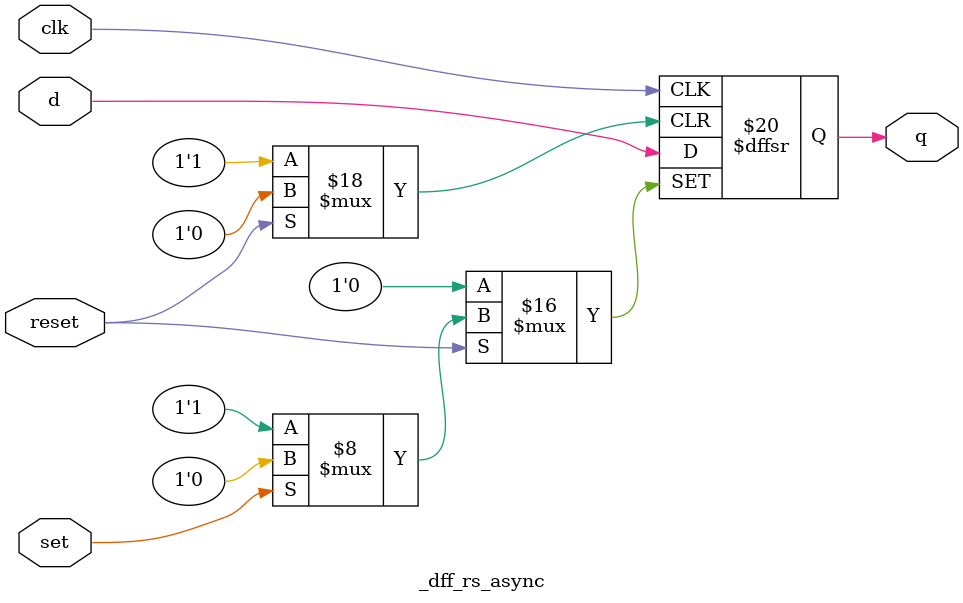
<source format=v>
module _dff_rs_async(clk,set,reset,d,q);
	input clk,set,reset,d;
	output q;
	reg q;
	
	always@(posedge clk or negedge set or negedge reset)//set and reset are independent of clk
	begin
		if(reset == 0) q<=1'b0;
		else if(set == 0) q<=1'b1;
		else q<=d;
	end
endmodule
</source>
